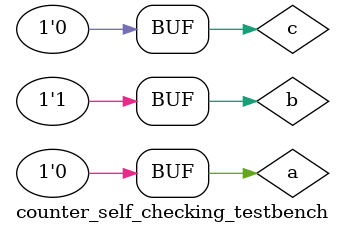
<source format=sv>
module counter_self_checking_testbench();
    logic a,b,c;
    logic y;
    sillyfunction dut(a,b,c,y); //instantiate "dut"
    initial 
        begin //apply inputs, check results one at a time
            a=0;b=0;c=0; #10
            if( y!== 1) $display("0000 failed."); //check answer
            a=0;b=0;c=1; #10
            if( y!== 1) $display("0000 failed."); //check answer
            a=0;b=1;c=1; #10
            if( y!== 1) $display("0000 failed."); //check answer
            a=1;b=1;c=1; #10
            if( y!== 1) $display("0000 failed."); //check answer
            a=1;b=1;c=0; #10
            if( y!== 1) $display("0000 failed."); //check answer
            a=1;b=0;c=0; #10
            if( y!== 1) $display("0000 failed."); //check answer
            a=0;b=1;c=0; #10
            if( y!== 1) $display("0000 failed."); //check answer
        end
endmodule
</source>
